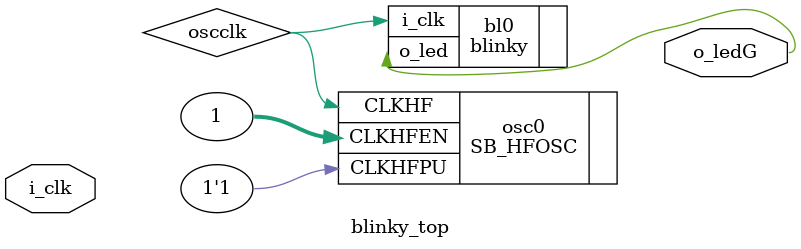
<source format=v>
`default_nettype none

module blinky_top (
input wire i_clk,
output wire o_ledG
);

wire oscclk;

SB_HFOSC osc0(.CLKHFPU(1'b1), .CLKHFEN(1), .CLKHF(oscclk));

blinky bl0(.i_clk(oscclk), .o_led(o_ledG));

endmodule

</source>
